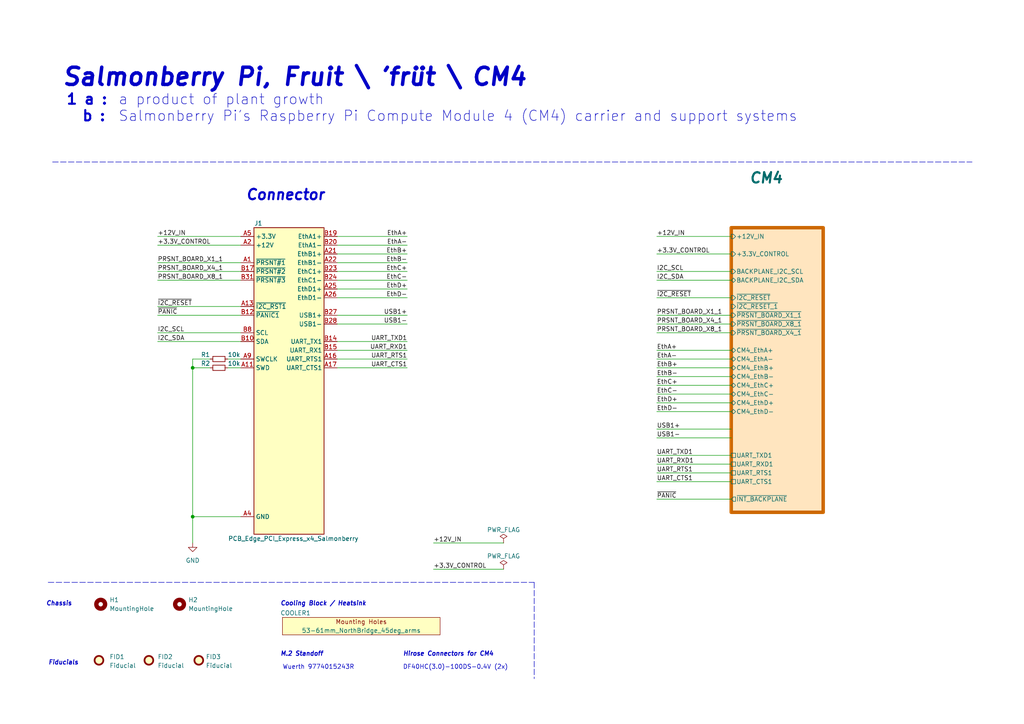
<source format=kicad_sch>
(kicad_sch (version 20211123) (generator eeschema)
  (paper "A4")
  (title_block (title "Salmonberry Pi, Fruit \\ 'früt \\ CM4") (date "2022-01-12") (rev "4") (company "Copyright © 2022 Christian Kuhtz") (comment 2 "CERN-OHL-W v2 or later"))
  (lib_symbols
    (symbol "Connector_PCIe_MyOwn:PCB_Edge_PCI_Express_x4_Salmonberry"
      (property "Reference" "J" (at 7.62 5.08 0))
      (property "Value" "PCB_Edge_PCI_Express_x4_Salmonberry" (at 15.24 -87.63 0))
      (symbol "PCB_Edge_PCI_Express_x4_Salmonberry_0_0"
        (pin passive line (at 0 -7.62 0) (length 3.81) (name "~{PRSNT#1}") (number "A1"))
        (pin power_in line (at 0 -81.28 0) (length 3.81) hide (name "GND") (number "A10"))
        (pin bidirectional line (at 0 -38.1 0) (length 3.81) (name "SWD") (number "A11"))
        (pin power_in line (at 0 -81.28 0) (length 3.81) hide (name "GND") (number "A12"))
        (pin output line (at 0 -20.32 0) (length 3.81) (name "~{I2C_RST1}") (number "A13"))
        (pin power_in line (at 0 -81.28 0) (length 3.81) hide (name "GND") (number "A14"))
        (pin power_in line (at 0 -81.28 0) (length 3.81) hide (name "GND") (number "A15"))
        (pin power_in line (at 0 -81.28 0) (length 3.81) hide (name "GND") (number "A18"))
        (pin power_in line (at 0 -81.28 0) (length 3.81) hide (name "GND") (number "A19"))
        (pin power_in line (at 0 -2.54 0) (length 3.81) (name "+12V") (number "A2"))
        (pin power_in line (at 0 -81.28 0) (length 3.81) hide (name "GND") (number "A20"))
        (pin power_in line (at 0 -81.28 0) (length 3.81) hide (name "GND") (number "A23"))
        (pin power_in line (at 0 -81.28 0) (length 3.81) hide (name "GND") (number "A24"))
        (pin power_in line (at 0 -81.28 0) (length 3.81) hide (name "GND") (number "A27"))
        (pin power_in line (at 0 -81.28 0) (length 3.81) hide (name "GND") (number "A28"))
        (pin power_in line (at 0 -81.28 0) (length 3.81) hide (name "GND") (number "A29"))
        (pin power_in line (at 0 -2.54 0) (length 3.81) hide (name "+12V") (number "A3"))
        (pin power_in line (at 0 -81.28 0) (length 3.81) hide (name "GND") (number "A30"))
        (pin power_in line (at 0 -81.28 0) (length 3.81) hide (name "GND") (number "A31"))
        (pin power_in line (at 0 -81.28 0) (length 3.81) hide (name "GND") (number "A32"))
        (pin power_in line (at 0 -81.28 0) (length 3.81) (name "GND") (number "A4"))
        (pin power_in line (at 0 0 0) (length 3.81) (name "+3.3V") (number "A5"))
        (pin power_in line (at 0 0 0) (length 3.81) hide (name "+3.3V") (number "A6"))
        (pin power_in line (at 0 -81.28 0) (length 3.81) hide (name "GND") (number "A7"))
        (pin power_in line (at 0 -81.28 0) (length 3.81) hide (name "GND") (number "A8"))
        (pin output line (at 0 -35.56 0) (length 3.81) (name "SWCLK") (number "A9"))
        (pin power_in line (at 0 -2.54 0) (length 3.81) hide (name "+12V") (number "B1"))
        (pin bidirectional line (at 0 -30.48 0) (length 3.81) (name "SDA") (number "B10"))
        (pin power_in line (at 0 -81.28 0) (length 3.81) hide (name "GND") (number "B11"))
        (pin input line (at 0 -22.86 0) (length 3.81) (name "~{PANIC1}") (number "B12"))
        (pin power_in line (at 0 -81.28 0) (length 3.81) hide (name "GND") (number "B13"))
        (pin power_in line (at 0 -81.28 0) (length 3.81) hide (name "GND") (number "B16"))
        (pin passive line (at 0 -10.16 0) (length 3.81) (name "~{PRSNT#2}") (number "B17"))
        (pin power_in line (at 0 -81.28 0) (length 3.81) hide (name "GND") (number "B18"))
        (pin power_in line (at 0 -2.54 0) (length 3.81) hide (name "+12V") (number "B2"))
        (pin power_in line (at 0 -81.28 0) (length 3.81) hide (name "GND") (number "B21"))
        (pin power_in line (at 0 -81.28 0) (length 3.81) hide (name "GND") (number "B22"))
        (pin power_in line (at 0 -81.28 0) (length 3.81) hide (name "GND") (number "B25"))
        (pin power_in line (at 0 -81.28 0) (length 3.81) hide (name "GND") (number "B26"))
        (pin power_in line (at 0 -81.28 0) (length 3.81) hide (name "GND") (number "B29"))
        (pin power_in line (at 0 -2.54 0) (length 3.81) hide (name "+12V") (number "B3"))
        (pin power_in line (at 0 -81.28 0) (length 3.81) hide (name "GND") (number "B30"))
        (pin passive line (at 0 -12.7 0) (length 3.81) (name "~{PRSNT#3}") (number "B31"))
        (pin power_in line (at 0 -81.28 0) (length 3.81) hide (name "GND") (number "B32"))
        (pin power_in line (at 0 -81.28 0) (length 3.81) hide (name "GND") (number "B4"))
        (pin power_in line (at 0 0 0) (length 3.81) hide (name "+3.3V") (number "B5"))
        (pin power_in line (at 0 0 0) (length 3.81) hide (name "+3.3V") (number "B6"))
        (pin power_in line (at 0 -81.28 0) (length 3.81) hide (name "GND") (number "B7"))
        (pin output line (at 0 -27.94 0) (length 3.81) (name "SCL") (number "B8"))
        (pin power_in line (at 0 -81.28 0) (length 3.81) hide (name "GND") (number "B9"))
      )
      (symbol "PCB_Edge_PCI_Express_x4_Salmonberry_0_1"
        (rectangle (start 3.81 2.54) (end 24.13 -86.36) (stroke (width 0.254)) (fill (type background)))
      )
      (symbol "PCB_Edge_PCI_Express_x4_Salmonberry_1_1"
        (pin passive line (at 27.94 -35.56 180) (length 3.81) (name "UART_RTS1") (number "A16"))
        (pin passive line (at 27.94 -38.1 180) (length 3.81) (name "UART_CTS1") (number "A17"))
        (pin bidirectional line (at 27.94 -5.08 180) (length 3.81) (name "EthB1+") (number "A21"))
        (pin bidirectional line (at 27.94 -7.62 180) (length 3.81) (name "EthB1-") (number "A22"))
        (pin bidirectional line (at 27.94 -15.24 180) (length 3.81) (name "EthD1+") (number "A25"))
        (pin bidirectional line (at 27.94 -17.78 180) (length 3.81) (name "EthD1-") (number "A26"))
        (pin passive line (at 27.94 -30.48 180) (length 3.81) (name "UART_TX1") (number "B14"))
        (pin passive line (at 27.94 -33.02 180) (length 3.81) (name "UART_RX1") (number "B15"))
        (pin bidirectional line (at 27.94 0 180) (length 3.81) (name "EthA1+") (number "B19"))
        (pin bidirectional line (at 27.94 -2.54 180) (length 3.81) (name "EthA1-") (number "B20"))
        (pin bidirectional line (at 27.94 -10.16 180) (length 3.81) (name "EthC1+") (number "B23"))
        (pin bidirectional line (at 27.94 -12.7 180) (length 3.81) (name "EthC1-") (number "B24"))
        (pin bidirectional line (at 27.94 -22.86 180) (length 3.81) (name "USB1+") (number "B27"))
        (pin bidirectional line (at 27.94 -25.4 180) (length 3.81) (name "USB1-") (number "B28"))
      )
    )
    (symbol "Device:R_Small" (pin_numbers hide) (pin_names (offset 0.254) hide)
      (property "Reference" "R" (at 0.762 0.508 0))
      (property "Value" "R_Small" (at 0.762 -1.016 0))
      (symbol "R_Small_0_1"
        (rectangle (start -0.762 1.778) (end 0.762 -1.778) (stroke (width 0.2032)))
      )
      (symbol "R_Small_1_1"
        (pin passive line (at 0 2.54 270) (length 0.762) (name "~") (number "1"))
        (pin passive line (at 0 -2.54 90) (length 0.762) (name "~") (number "2"))
      )
    )
    (symbol "Mechanical:Fiducial"
      (property "Reference" "FID" (at 0 5.08 0))
      (property "Value" "Fiducial" (at 0 3.175 0))
      (symbol "Fiducial_0_1"
        (circle (center 0 0) (radius 1.27) (stroke (width 0.508)) (fill (type background)))
      )
    )
    (symbol "Mechanical:MountingHole" (pin_names (offset 1.016))
      (property "Reference" "H" (at 0 5.08 0))
      (property "Value" "MountingHole" (at 0 3.175 0))
      (symbol "MountingHole_0_1"
        (circle (center 0 0) (radius 1.27) (stroke (width 1.27)))
      )
    )
    (symbol "Mechanical_CoolingBlock:53-61mm_NorthBridge_45deg_arms" (pin_numbers hide) (pin_names (offset 0) hide) (in_bom no)
      (property "Reference" "Cooler" (at -7.62 2.54 0))
      (property "Value" "53-61mm_NorthBridge_45deg_arms" (at 0 -2.54 0))
      (symbol "53-61mm_NorthBridge_45deg_arms_0_0"
        (text "Mounting Holes" (at 0 0 0) (effects (font (size 1.27 1.27))))
      )
      (symbol "53-61mm_NorthBridge_45deg_arms_0_1"
        (rectangle (start -22.86 1.27) (end 22.86 -3.81) (stroke (width 0.1524)) (fill (type background)))
      )
    )
    (symbol "power:GND" (power) (pin_names (offset 0))
      (property "Value" "GND" (at 0 -3.81 0))
      (symbol "GND_0_1"
        (polyline (pts (xy 0 0) (xy 0 -1.27) (xy 1.27 -1.27) (xy 0 -2.54) (xy -1.27 -1.27) (xy 0 -1.27)))
      )
      (symbol "GND_1_1"
        (pin power_in line (at 0 0 270) (length 0) hide (name "GND") (number "1"))
      )
    )
    (symbol "power:PWR_FLAG" (power) (pin_numbers hide) (pin_names (offset 0) hide)
      (property "Value" "PWR_FLAG" (at 0 3.81 0))
      (symbol "PWR_FLAG_0_0"
        (pin power_out line (at 0 0 90) (length 0) (name "pwr") (number "1"))
      )
      (symbol "PWR_FLAG_0_1"
        (polyline (pts (xy 0 0) (xy 0 1.27) (xy -1.016 1.905) (xy 0 2.54) (xy 1.016 1.905) (xy 0 1.27)))
      )
    )
  )
  (junction (at 55.88 106.68))
  (junction (at 55.88 149.86))
  (wire (pts (xy 118.11 86.36) (xy 97.79 86.36)))
  (wire (pts (xy 55.88 104.14) (xy 60.96 104.14)))
  (wire (pts (xy 45.72 76.2) (xy 69.85 76.2)))
  (wire (pts (xy 60.96 106.68) (xy 55.88 106.68)))
  (wire (pts (xy 66.04 104.14) (xy 69.85 104.14)))
  (wire (pts (xy 190.5 104.14) (xy 212.09 104.14)))
  (wire (pts (xy 190.5 91.44) (xy 212.09 91.44)))
  (wire (pts (xy 69.85 106.68) (xy 66.04 106.68)))
  (wire (pts (xy 118.11 78.74) (xy 97.79 78.74)))
  (wire (pts (xy 190.5 101.6) (xy 212.09 101.6)))
  (wire (pts (xy 118.11 101.6) (xy 97.79 101.6)))
  (wire (pts (xy 190.5 78.74) (xy 212.09 78.74)))
  (polyline (pts (xy 154.94 168.91) (xy 154.94 196.85)))
  (wire (pts (xy 118.11 99.06) (xy 97.79 99.06)))
  (wire (pts (xy 45.72 91.44) (xy 69.85 91.44)))
  (wire (pts (xy 190.5 134.62) (xy 212.09 134.62)))
  (wire (pts (xy 190.5 119.38) (xy 212.09 119.38)))
  (wire (pts (xy 97.79 91.44) (xy 118.11 91.44)))
  (wire (pts (xy 118.11 81.28) (xy 97.79 81.28)))
  (wire (pts (xy 190.5 114.3) (xy 212.09 114.3)))
  (wire (pts (xy 97.79 93.98) (xy 118.11 93.98)))
  (wire (pts (xy 118.11 71.12) (xy 97.79 71.12)))
  (wire (pts (xy 190.5 116.84) (xy 212.09 116.84)))
  (wire (pts (xy 190.5 93.98) (xy 212.09 93.98)))
  (wire (pts (xy 118.11 104.14) (xy 97.79 104.14)))
  (polyline (pts (xy 15.24 46.99) (xy 281.94 46.99)))
  (wire (pts (xy 190.5 144.78) (xy 212.09 144.78)))
  (wire (pts (xy 45.72 78.74) (xy 69.85 78.74)))
  (wire (pts (xy 118.11 106.68) (xy 97.79 106.68)))
  (wire (pts (xy 190.5 124.46) (xy 212.09 124.46)))
  (wire (pts (xy 45.72 99.06) (xy 69.85 99.06)))
  (wire (pts (xy 190.5 139.7) (xy 212.09 139.7)))
  (wire (pts (xy 125.73 157.48) (xy 146.05 157.48)))
  (wire (pts (xy 190.5 73.66) (xy 212.09 73.66)))
  (wire (pts (xy 190.5 109.22) (xy 212.09 109.22)))
  (polyline (pts (xy 13.97 168.91) (xy 154.94 168.91)))
  (wire (pts (xy 45.72 68.58) (xy 69.85 68.58)))
  (wire (pts (xy 190.5 81.28) (xy 212.09 81.28)))
  (wire (pts (xy 190.5 137.16) (xy 212.09 137.16)))
  (wire (pts (xy 190.5 111.76) (xy 212.09 111.76)))
  (wire (pts (xy 55.88 149.86) (xy 55.88 157.48)))
  (wire (pts (xy 55.88 106.68) (xy 55.88 104.14)))
  (wire (pts (xy 190.5 127) (xy 212.09 127)))
  (wire (pts (xy 69.85 149.86) (xy 55.88 149.86)))
  (wire (pts (xy 190.5 132.08) (xy 212.09 132.08)))
  (wire (pts (xy 45.72 71.12) (xy 69.85 71.12)))
  (wire (pts (xy 190.5 68.58) (xy 212.09 68.58)))
  (wire (pts (xy 125.73 165.1) (xy 146.05 165.1)))
  (wire (pts (xy 190.5 86.36) (xy 212.09 86.36)))
  (wire (pts (xy 45.72 88.9) (xy 69.85 88.9)))
  (wire (pts (xy 118.11 83.82) (xy 97.79 83.82)))
  (wire (pts (xy 55.88 149.86) (xy 55.88 106.68)))
  (wire (pts (xy 45.72 96.52) (xy 69.85 96.52)))
  (wire (pts (xy 118.11 76.2) (xy 97.79 76.2)))
  (wire (pts (xy 45.72 81.28) (xy 69.85 81.28)))
  (wire (pts (xy 212.09 96.52) (xy 190.5 96.52)))
  (wire (pts (xy 118.11 68.58) (xy 97.79 68.58)))
  (wire (pts (xy 190.5 106.68) (xy 212.09 106.68)))
  (wire (pts (xy 118.11 73.66) (xy 97.79 73.66)))
  (text "Cooling Block / Heatsink" (at 81.28 175.895 0) (effects (font (size 1.27 1.27) (thickness 0.254) bold italic) (justify left bottom)))
  (text "M.2 Standoff" (at 81.28 190.5 0) (effects (font (size 1.27 1.27) (thickness 0.254) bold italic) (justify left bottom)))
  (text "Salmonberry Pi, Fruit \\ 'früt \\ CM4" (at 17.78 25.4 0) (effects (font (size 5 5) (thickness 1) bold italic) (justify left bottom)))
  (text "Fiducials" (at 13.97 193.04 0) (effects (font (size 1.27 1.27) (thickness 0.254) bold italic) (justify left bottom)))
  (text "1 a :\n  b :" (at 19.05 35.56 0) (effects (font (size 3 3) (thickness 0.6) bold) (justify left bottom)))
  (text "a product of plant growth\nSalmonberry Pi's Raspberry Pi Compute Module 4 (CM4) carrier and support systems" (at 34.29 35.56 0) (effects (font (size 3 3)) (justify left bottom)))
  (text "Hirose Connectors for CM4" (at 116.84 190.5 0) (effects (font (size 1.27 1.27) (thickness 0.254) bold italic) (justify left bottom)))
  (text "DF40HC(3.0)-100DS-0.4V (2x)" (at 116.84 194.31 0) (effects (font (size 1.27 1.27)) (justify left bottom)))
  (text "Chassis" (at 13.335 175.895 0) (effects (font (size 1.27 1.27) (thickness 0.254) bold italic) (justify left bottom)))
  (text "Wuerth 9774015243R" (at 81.915 194.31 0) (effects (font (size 1.27 1.27)) (justify left bottom)))
  (text "Connector" (at 71.12 58.42 0) (effects (font (size 3 3) (thickness 0.6) bold italic) (justify left bottom)))
  (label "USB1+" (at 118.11 91.44 180))
  (label "EthB+" (at 118.11 73.66 180))
  (label "EthA+" (at 190.5 101.6 0))
  (label "EthC-" (at 190.5 114.3 0))
  (label "UART_CTS1" (at 118.11 106.68 180))
  (label "EthA-" (at 118.11 71.12 180))
  (label "UART_RXD1" (at 190.5 134.62 0))
  (label "+12V_IN" (at 45.72 68.58 0))
  (label "~{PANIC}" (at 45.72 91.44 0))
  (label "UART_TXD1" (at 118.11 99.06 180))
  (label "EthB-" (at 118.11 76.2 180))
  (label "USB1-" (at 118.11 93.98 180))
  (label "+3.3V_CONTROL" (at 125.73 165.1 0))
  (label "PRSNT_BOARD_X8_1" (at 45.72 81.28 0))
  (label "UART_CTS1" (at 190.5 139.7 0))
  (label "UART_RTS1" (at 190.5 137.16 0))
  (label "+12V_IN" (at 190.5 68.58 0))
  (label "I2C_SCL" (at 45.72 96.52 0))
  (label "I2C_SCL" (at 190.5 78.74 0))
  (label "+3.3V_CONTROL" (at 45.72 71.12 0))
  (label "EthB+" (at 190.5 106.68 0))
  (label "UART_TXD1" (at 190.5 132.08 0))
  (label "UART_RXD1" (at 118.11 101.6 180))
  (label "EthD-" (at 118.11 86.36 180))
  (label "EthD-" (at 190.5 119.38 0))
  (label "EthD+" (at 118.11 83.82 180))
  (label "USB1+" (at 190.5 124.46 0))
  (label "EthA-" (at 190.5 104.14 0))
  (label "EthC+" (at 190.5 111.76 0))
  (label "~{PANIC}" (at 190.5 144.78 0))
  (label "I2C_SDA" (at 45.72 99.06 0))
  (label "EthA+" (at 118.11 68.58 180))
  (label "PRSNT_BOARD_X4_1" (at 45.72 78.74 0))
  (label "USB1-" (at 190.5 127 0))
  (label "EthC+" (at 118.11 78.74 180))
  (label "+12V_IN" (at 125.73 157.48 0))
  (label "UART_RTS1" (at 118.11 104.14 180))
  (label "~{I2C_RESET}" (at 45.72 88.9 0))
  (label "EthB-" (at 190.5 109.22 0))
  (label "~{I2C_RESET}" (at 190.5 86.36 0))
  (label "PRSNT_BOARD_X1_1" (at 190.5 91.44 0))
  (label "EthC-" (at 118.11 81.28 180))
  (label "PRSNT_BOARD_X8_1" (at 190.5 96.52 0))
  (label "EthD+" (at 190.5 116.84 0))
  (label "I2C_SDA" (at 190.5 81.28 0))
  (label "PRSNT_BOARD_X1_1" (at 45.72 76.2 0))
  (label "PRSNT_BOARD_X4_1" (at 190.5 93.98 0))
  (label "+3.3V_CONTROL" (at 190.5 73.66 0))
  (symbol (lib_id "Device:R_Small") (at 63.5 106.68 270) (unit 1)
    (property "Reference" "R2" (at 60.96 105.41 90) (effects (justify right)))
    (property "Value" "10k" (at 66.04 105.41 90) (effects (justify left)))
    (property "Footprint" "Resistor_SMD:R_0402_1005Metric" (effects hide))
  )
  (symbol (lib_id "Connector_PCIe_MyOwn:PCB_Edge_PCI_Express_x4_Salmonberry") (at 69.85 68.58 0) (unit 1)
    (property "Reference" "J1" (at 74.93 64.77 0))
    (property "Value" "PCB_Edge_PCI_Express_x4_Salmonberry" (at 85.09 156.21 0))
    (property "Footprint" "Connector_PCIe_MyOwn:BUS_PCIexpress_x4_Salmonberry_reduced_shoulders" (effects hide))
  )
  (symbol (lib_id "Mechanical:Fiducial") (at 57.658 191.516 0) (unit 1)
    (property "Reference" "FID3" (at 59.69 190.5 0) (effects (justify left)))
    (property "Value" "Fiducial" (at 59.69 193.04 0) (effects (justify left)))
    (property "Footprint" "Fiducial:Fiducial_1mm_Mask2mm" (effects hide))
  )
  (symbol (lib_id "power:GND") (at 55.88 157.48 0) (unit 1)
    (property "Reference" "#PWR01" (effects hide))
    (property "Value" "GND" (at 55.88 162.56 0))
  )
  (symbol (lib_id "power:PWR_FLAG") (at 146.05 165.1 0) (unit 1)
    (property "Reference" "#FLG02" (effects hide))
    (property "Value" "PWR_FLAG" (at 146.05 161.29 0))
  )
  (symbol (lib_id "power:PWR_FLAG") (at 146.05 157.48 0) (unit 1)
    (property "Reference" "#FLG01" (effects hide))
    (property "Value" "PWR_FLAG" (at 146.05 153.67 0))
  )
  (symbol (lib_id "Mechanical:Fiducial") (at 28.702 191.516 0) (unit 1)
    (property "Reference" "FID1" (at 31.75 190.5 0) (effects (justify left)))
    (property "Value" "Fiducial" (at 31.75 193.04 0) (effects (justify left)))
    (property "Footprint" "Fiducial:Fiducial_1mm_Mask2mm" (effects hide))
  )
  (symbol (lib_id "Mechanical:MountingHole") (at 52.07 175.26 0) (unit 1)
    (property "Reference" "H2" (at 54.61 173.99 0) (effects (justify left)))
    (property "Value" "MountingHole" (at 54.61 176.53 0) (effects (justify left)))
    (property "Footprint" "MountingHole:MountingHole_2.7mm_M2.5" (effects hide))
  )
  (symbol (lib_id "Mechanical:Fiducial") (at 43.18 191.516 0) (unit 1)
    (property "Reference" "FID2" (at 45.72 190.5 0) (effects (justify left)))
    (property "Value" "Fiducial" (at 45.72 193.04 0) (effects (justify left)))
    (property "Footprint" "Fiducial:Fiducial_1mm_Mask2mm" (effects hide))
  )
  (symbol (lib_id "Device:R_Small") (at 63.5 104.14 270) (unit 1)
    (property "Reference" "R1" (at 60.96 102.87 90) (effects (justify right)))
    (property "Value" "10k" (at 66.04 102.87 90) (effects (justify left)))
    (property "Footprint" "Resistor_SMD:R_0402_1005Metric" (effects hide))
  )
  (symbol (lib_id "Mechanical_CoolingBlock:53-61mm_NorthBridge_45deg_arms") (at 104.775 180.34 0) (unit 1)
    (property "Reference" "COOLER1" (at 85.725 177.8 0))
    (property "Value" "53-61mm_NorthBridge_45deg_arms" (at 104.775 182.88 0))
    (property "Footprint" "Mechanical_CoolingBlock:53-61mm_NorthBridge_45deg_arms" (effects hide))
  )
  (symbol (lib_id "Mechanical:MountingHole") (at 29.21 175.26 0) (unit 1)
    (property "Reference" "H1" (at 31.75 173.99 0) (effects (justify left)))
    (property "Value" "MountingHole" (at 31.75 176.53 0) (effects (justify left)))
    (property "Footprint" "MountingHole:MountingHole_2.7mm_M2.5" (effects hide))
  )
  (sheet (at 212.09 66.04) (size 26.67 82.55) (stroke (width 1) (color 204 102 0 1)) (fill (color 255 229 191 1.0000))
    (property "Sheet name" "CM4" (at 217.17 53.34 0) (effects (font (size 3 3) bold italic) (justify left bottom)))
    (property "Sheet file" "cm4.kicad_sch" (effects hide))
    (property "ID" "1" (effects hide))
    (pin "CM4_EthA-" bidirectional (at 212.09 104.14 180))
    (pin "CM4_EthA+" bidirectional (at 212.09 101.6 180))
    (pin "CM4_EthC-" bidirectional (at 212.09 114.3 180))
    (pin "CM4_EthB-" bidirectional (at 212.09 109.22 180))
    (pin "CM4_EthB+" bidirectional (at 212.09 106.68 180))
    (pin "CM4_EthC+" bidirectional (at 212.09 111.76 180))
    (pin "CM4_EthD+" bidirectional (at 212.09 116.84 180))
    (pin "CM4_EthD-" bidirectional (at 212.09 119.38 180))
    (pin "+3.3V_CONTROL" input (at 212.09 73.66 180))
    (pin "~{PRSNT_BOARD_X1_1}" input (at 212.09 91.44 180))
    (pin "~{PRSNT_BOARD_X8_1}" input (at 212.09 93.98 180))
    (pin "~{PRSNT_BOARD_X4_1}" input (at 212.09 96.52 180))
    (pin "UART_CTS1" passive (at 212.09 139.7 180))
    (pin "UART_RXD1" passive (at 212.09 134.62 180))
    (pin "UART_TXD1" passive (at 212.09 132.08 180))
    (pin "UART_RTS1" passive (at 212.09 137.16 180))
    (pin "+12V_IN" input (at 212.09 68.58 180))
    (pin "BACKPLANE_I2C_SCL" input (at 212.09 78.74 180))
    (pin "BACKPLANE_I2C_SDA" bidirectional (at 212.09 81.28 180))
    (pin "~{I2C_RESET}" input (at 212.09 86.36 180))
    (pin "~{I2C_RESET_1}" input (at 212.09 88.9 180))
    (pin "~{INT_BACKPLANE}" output (at 212.09 144.78 180))
  )
)
</source>
